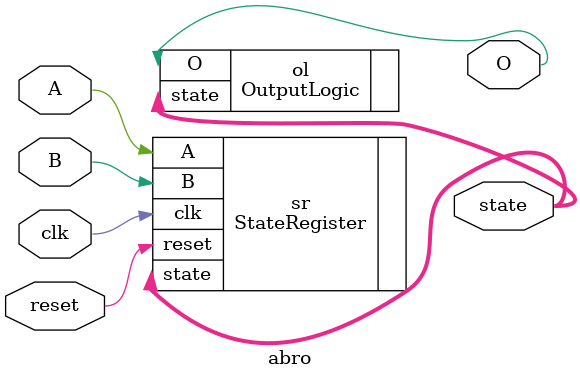
<source format=v>
module abro (
  input wire clk,
  input wire reset,
  input wire A,
  input wire B,
  output wire O,
  output wire [3:0] state
);

  // Instantiate the StateRegister module
  StateRegister sr (
    .clk(clk),
    .reset(reset),
    .A(A),
    .B(B),
    .state(state)
  );

  // Instantiate the OutputLogic module
  OutputLogic ol (
    .state(state),
    .O(O)
  );

endmodule

</source>
